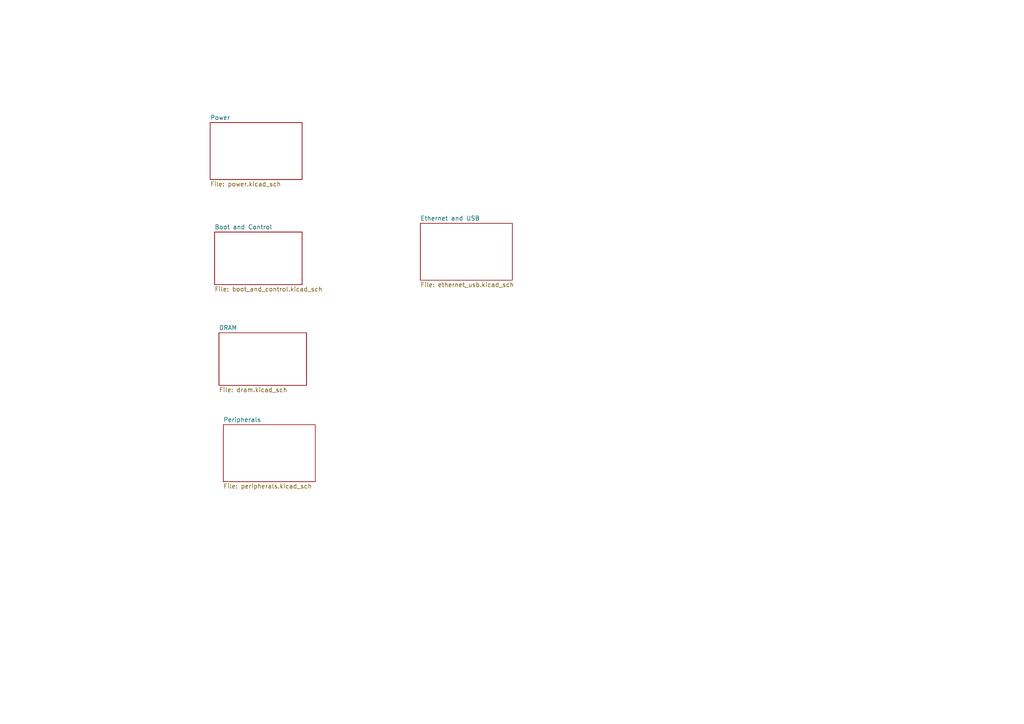
<source format=kicad_sch>
(kicad_sch
	(version 20231120)
	(generator "eeschema")
	(generator_version "8.0")
	(uuid "4eb991fa-df1c-4d0c-8591-f1fc4d03c342")
	(paper "A4")
	(lib_symbols)
	(sheet
		(at 60.96 35.56)
		(size 26.67 16.51)
		(fields_autoplaced yes)
		(stroke
			(width 0.1524)
			(type solid)
		)
		(fill
			(color 0 0 0 0.0000)
		)
		(uuid "05dc17b8-fe43-4d5f-b302-e05dc2444cda")
		(property "Sheetname" "Power"
			(at 60.96 34.8484 0)
			(effects
				(font
					(size 1.27 1.27)
				)
				(justify left bottom)
			)
		)
		(property "Sheetfile" "power.kicad_sch"
			(at 60.96 52.6546 0)
			(effects
				(font
					(size 1.27 1.27)
				)
				(justify left top)
			)
		)
		(instances
			(project "imx6test"
				(path "/4eb991fa-df1c-4d0c-8591-f1fc4d03c342"
					(page "2")
				)
			)
		)
	)
	(sheet
		(at 63.5 96.52)
		(size 25.4 15.24)
		(fields_autoplaced yes)
		(stroke
			(width 0.1524)
			(type solid)
		)
		(fill
			(color 0 0 0 0.0000)
		)
		(uuid "1772b84c-df1f-4543-a9e1-60d9e38092aa")
		(property "Sheetname" "DRAM"
			(at 63.5 95.8084 0)
			(effects
				(font
					(size 1.27 1.27)
				)
				(justify left bottom)
			)
		)
		(property "Sheetfile" "dram.kicad_sch"
			(at 63.5 112.3446 0)
			(effects
				(font
					(size 1.27 1.27)
				)
				(justify left top)
			)
		)
		(instances
			(project "imx6test"
				(path "/4eb991fa-df1c-4d0c-8591-f1fc4d03c342"
					(page "4")
				)
			)
		)
	)
	(sheet
		(at 121.92 64.77)
		(size 26.67 16.51)
		(fields_autoplaced yes)
		(stroke
			(width 0.1524)
			(type solid)
		)
		(fill
			(color 0 0 0 0.0000)
		)
		(uuid "86cee0c0-f6d9-4c4f-bfb3-23a1fa037a9c")
		(property "Sheetname" "Ethernet and USB"
			(at 121.92 64.0584 0)
			(effects
				(font
					(size 1.27 1.27)
				)
				(justify left bottom)
			)
		)
		(property "Sheetfile" "ethernet_usb.kicad_sch"
			(at 121.92 81.8646 0)
			(effects
				(font
					(size 1.27 1.27)
				)
				(justify left top)
			)
		)
		(instances
			(project "imx6test"
				(path "/4eb991fa-df1c-4d0c-8591-f1fc4d03c342"
					(page "6")
				)
			)
		)
	)
	(sheet
		(at 62.23 67.31)
		(size 25.4 15.24)
		(fields_autoplaced yes)
		(stroke
			(width 0.1524)
			(type solid)
		)
		(fill
			(color 0 0 0 0.0000)
		)
		(uuid "8ee8ded4-312d-4834-b0b5-e4e820be1a9e")
		(property "Sheetname" "Boot and Control"
			(at 62.23 66.5984 0)
			(effects
				(font
					(size 1.27 1.27)
				)
				(justify left bottom)
			)
		)
		(property "Sheetfile" "boot_and_control.kicad_sch"
			(at 62.23 83.1346 0)
			(effects
				(font
					(size 1.27 1.27)
				)
				(justify left top)
			)
		)
		(instances
			(project "imx6test"
				(path "/4eb991fa-df1c-4d0c-8591-f1fc4d03c342"
					(page "3")
				)
			)
		)
	)
	(sheet
		(at 64.77 123.19)
		(size 26.67 16.51)
		(fields_autoplaced yes)
		(stroke
			(width 0.1524)
			(type solid)
		)
		(fill
			(color 0 0 0 0.0000)
		)
		(uuid "f848baed-f009-4e7c-bd01-1fcf78d8efda")
		(property "Sheetname" "Peripherals"
			(at 64.77 122.4784 0)
			(effects
				(font
					(size 1.27 1.27)
				)
				(justify left bottom)
			)
		)
		(property "Sheetfile" "peripherals.kicad_sch"
			(at 64.77 140.2846 0)
			(effects
				(font
					(size 1.27 1.27)
				)
				(justify left top)
			)
		)
		(instances
			(project "imx6test"
				(path "/4eb991fa-df1c-4d0c-8591-f1fc4d03c342"
					(page "5")
				)
			)
		)
	)
	(sheet_instances
		(path "/"
			(page "1")
		)
	)
)

</source>
